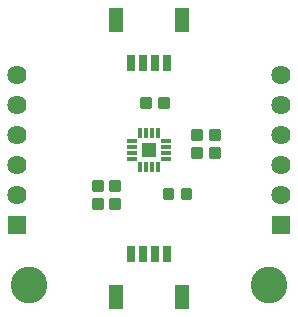
<source format=gbr>
G04 EAGLE Gerber RS-274X export*
G75*
%MOMM*%
%FSLAX34Y34*%
%LPD*%
%AMOC8*
5,1,8,0,0,1.08239X$1,22.5*%
G01*
%ADD10C,3.101600*%
%ADD11C,0.326897*%
%ADD12R,1.625600X1.625600*%
%ADD13C,1.625600*%
%ADD14R,0.701600X1.451600*%
%ADD15R,1.301600X2.101600*%
%ADD16R,1.301600X1.301600*%
%ADD17R,0.901600X0.401600*%
%ADD18R,0.401600X0.901600*%


D10*
X25400Y25400D03*
X228600Y25400D03*
D11*
X143329Y182499D02*
X136691Y182499D01*
X143329Y182499D02*
X143329Y175861D01*
X136691Y175861D01*
X136691Y182499D01*
X136691Y178967D02*
X143329Y178967D01*
X143329Y182073D02*
X136691Y182073D01*
X128089Y182499D02*
X121451Y182499D01*
X128089Y182499D02*
X128089Y175861D01*
X121451Y175861D01*
X121451Y182499D01*
X121451Y178967D02*
X128089Y178967D01*
X128089Y182073D02*
X121451Y182073D01*
X155431Y106029D02*
X162069Y106029D01*
X162069Y99391D01*
X155431Y99391D01*
X155431Y106029D01*
X155431Y102497D02*
X162069Y102497D01*
X162069Y105603D02*
X155431Y105603D01*
X146829Y106029D02*
X140191Y106029D01*
X146829Y106029D02*
X146829Y99391D01*
X140191Y99391D01*
X140191Y106029D01*
X140191Y102497D02*
X146829Y102497D01*
X146829Y105603D02*
X140191Y105603D01*
D12*
X15000Y76500D03*
D13*
X15000Y101900D03*
X15000Y127300D03*
X15000Y152700D03*
X15000Y178100D03*
X15000Y203500D03*
D14*
X142000Y213000D03*
X132000Y213000D03*
X122000Y213000D03*
X112000Y213000D03*
D15*
X99000Y249750D03*
X155000Y249750D03*
D14*
X112000Y52000D03*
X122000Y52000D03*
X132000Y52000D03*
X142000Y52000D03*
D15*
X155000Y15250D03*
X99000Y15250D03*
D12*
X239000Y76500D03*
D13*
X239000Y101900D03*
X239000Y127300D03*
X239000Y152700D03*
X239000Y178100D03*
X239000Y203500D03*
D11*
X80247Y112887D02*
X80247Y106249D01*
X80247Y112887D02*
X86885Y112887D01*
X86885Y106249D01*
X80247Y106249D01*
X80247Y109355D02*
X86885Y109355D01*
X86885Y112461D02*
X80247Y112461D01*
X80247Y97647D02*
X80247Y91009D01*
X80247Y97647D02*
X86885Y97647D01*
X86885Y91009D01*
X80247Y91009D01*
X80247Y94115D02*
X86885Y94115D01*
X86885Y97221D02*
X80247Y97221D01*
X94979Y106249D02*
X94979Y112887D01*
X101617Y112887D01*
X101617Y106249D01*
X94979Y106249D01*
X94979Y109355D02*
X101617Y109355D01*
X101617Y112461D02*
X94979Y112461D01*
X94979Y97647D02*
X94979Y91009D01*
X94979Y97647D02*
X101617Y97647D01*
X101617Y91009D01*
X94979Y91009D01*
X94979Y94115D02*
X101617Y94115D01*
X101617Y97221D02*
X94979Y97221D01*
X179561Y140827D02*
X186199Y140827D01*
X186199Y134189D01*
X179561Y134189D01*
X179561Y140827D01*
X179561Y137295D02*
X186199Y137295D01*
X186199Y140401D02*
X179561Y140401D01*
X170959Y140827D02*
X164321Y140827D01*
X170959Y140827D02*
X170959Y134189D01*
X164321Y134189D01*
X164321Y140827D01*
X164321Y137295D02*
X170959Y137295D01*
X170959Y140401D02*
X164321Y140401D01*
X179561Y155813D02*
X186199Y155813D01*
X186199Y149175D01*
X179561Y149175D01*
X179561Y155813D01*
X179561Y152281D02*
X186199Y152281D01*
X186199Y155387D02*
X179561Y155387D01*
X170959Y155813D02*
X164321Y155813D01*
X170959Y155813D02*
X170959Y149175D01*
X164321Y149175D01*
X164321Y155813D01*
X164321Y152281D02*
X170959Y152281D01*
X170959Y155387D02*
X164321Y155387D01*
D16*
X127000Y140000D03*
D17*
X112750Y147500D03*
X112750Y142500D03*
X112750Y137500D03*
X112750Y132500D03*
D18*
X119500Y125750D03*
X124500Y125750D03*
X129500Y125750D03*
X134500Y125750D03*
D17*
X141250Y132500D03*
X141250Y137500D03*
X141250Y142500D03*
X141250Y147500D03*
D18*
X134500Y154250D03*
X129500Y154250D03*
X124500Y154250D03*
X119500Y154250D03*
M02*

</source>
